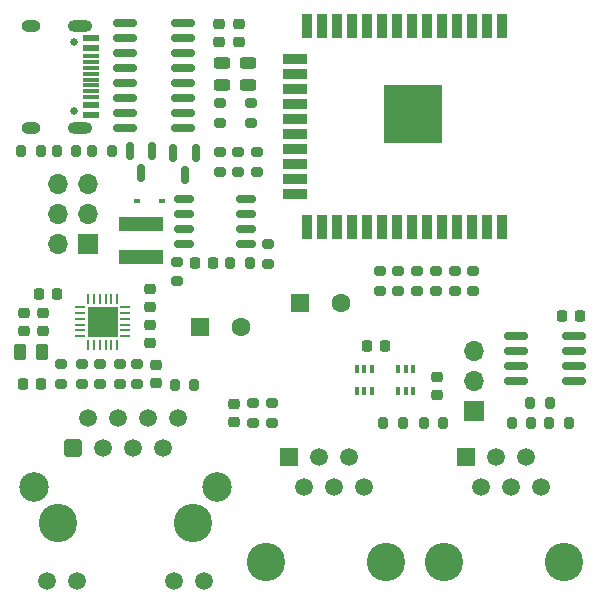
<source format=gts>
G04 #@! TF.GenerationSoftware,KiCad,Pcbnew,6.0.6+dfsg-1~bpo11+1*
G04 #@! TF.CreationDate,2022-07-19T19:35:54+02:00*
G04 #@! TF.ProjectId,EnergyMeter,456e6572-6779-44d6-9574-65722e6b6963,rev?*
G04 #@! TF.SameCoordinates,Original*
G04 #@! TF.FileFunction,Soldermask,Top*
G04 #@! TF.FilePolarity,Negative*
%FSLAX46Y46*%
G04 Gerber Fmt 4.6, Leading zero omitted, Abs format (unit mm)*
G04 Created by KiCad (PCBNEW 6.0.6+dfsg-1~bpo11+1) date 2022-07-19 19:35:54*
%MOMM*%
%LPD*%
G01*
G04 APERTURE LIST*
G04 Aperture macros list*
%AMRoundRect*
0 Rectangle with rounded corners*
0 $1 Rounding radius*
0 $2 $3 $4 $5 $6 $7 $8 $9 X,Y pos of 4 corners*
0 Add a 4 corners polygon primitive as box body*
4,1,4,$2,$3,$4,$5,$6,$7,$8,$9,$2,$3,0*
0 Add four circle primitives for the rounded corners*
1,1,$1+$1,$2,$3*
1,1,$1+$1,$4,$5*
1,1,$1+$1,$6,$7*
1,1,$1+$1,$8,$9*
0 Add four rect primitives between the rounded corners*
20,1,$1+$1,$2,$3,$4,$5,0*
20,1,$1+$1,$4,$5,$6,$7,0*
20,1,$1+$1,$6,$7,$8,$9,0*
20,1,$1+$1,$8,$9,$2,$3,0*%
G04 Aperture macros list end*
%ADD10RoundRect,0.150000X-0.675000X-0.150000X0.675000X-0.150000X0.675000X0.150000X-0.675000X0.150000X0*%
%ADD11RoundRect,0.225000X-0.250000X0.225000X-0.250000X-0.225000X0.250000X-0.225000X0.250000X0.225000X0*%
%ADD12R,0.900000X2.000000*%
%ADD13R,2.000000X0.900000*%
%ADD14R,5.000000X5.000000*%
%ADD15RoundRect,0.200000X0.200000X0.275000X-0.200000X0.275000X-0.200000X-0.275000X0.200000X-0.275000X0*%
%ADD16RoundRect,0.200000X0.275000X-0.200000X0.275000X0.200000X-0.275000X0.200000X-0.275000X-0.200000X0*%
%ADD17RoundRect,0.200000X-0.200000X-0.275000X0.200000X-0.275000X0.200000X0.275000X-0.200000X0.275000X0*%
%ADD18R,1.600000X1.600000*%
%ADD19C,1.600000*%
%ADD20RoundRect,0.150000X-0.825000X-0.150000X0.825000X-0.150000X0.825000X0.150000X-0.825000X0.150000X0*%
%ADD21RoundRect,0.225000X-0.225000X-0.250000X0.225000X-0.250000X0.225000X0.250000X-0.225000X0.250000X0*%
%ADD22C,3.250000*%
%ADD23R,1.520000X1.520000*%
%ADD24C,1.520000*%
%ADD25R,3.700000X1.200000*%
%ADD26RoundRect,0.225000X0.250000X-0.225000X0.250000X0.225000X-0.250000X0.225000X-0.250000X-0.225000X0*%
%ADD27C,0.650000*%
%ADD28R,1.450000X0.600000*%
%ADD29R,1.450000X0.300000*%
%ADD30O,2.100000X1.000000*%
%ADD31O,1.600000X1.000000*%
%ADD32RoundRect,0.200000X-0.275000X0.200000X-0.275000X-0.200000X0.275000X-0.200000X0.275000X0.200000X0*%
%ADD33RoundRect,0.250500X-0.499500X-0.499500X0.499500X-0.499500X0.499500X0.499500X-0.499500X0.499500X0*%
%ADD34C,1.500000*%
%ADD35C,2.500000*%
%ADD36RoundRect,0.243750X-0.456250X0.243750X-0.456250X-0.243750X0.456250X-0.243750X0.456250X0.243750X0*%
%ADD37RoundRect,0.250000X-0.262500X-0.450000X0.262500X-0.450000X0.262500X0.450000X-0.262500X0.450000X0*%
%ADD38RoundRect,0.062500X0.350000X0.062500X-0.350000X0.062500X-0.350000X-0.062500X0.350000X-0.062500X0*%
%ADD39RoundRect,0.062500X0.062500X0.350000X-0.062500X0.350000X-0.062500X-0.350000X0.062500X-0.350000X0*%
%ADD40R,2.600000X2.600000*%
%ADD41RoundRect,0.225000X0.225000X0.250000X-0.225000X0.250000X-0.225000X-0.250000X0.225000X-0.250000X0*%
%ADD42RoundRect,0.150000X-0.150000X0.587500X-0.150000X-0.587500X0.150000X-0.587500X0.150000X0.587500X0*%
%ADD43R,1.700000X1.700000*%
%ADD44O,1.700000X1.700000*%
%ADD45RoundRect,0.150000X0.825000X0.150000X-0.825000X0.150000X-0.825000X-0.150000X0.825000X-0.150000X0*%
%ADD46R,0.600000X0.450000*%
%ADD47R,0.400000X0.650000*%
G04 APERTURE END LIST*
D10*
G04 #@! TO.C,U2*
X42925000Y-39345000D03*
X42925000Y-40615000D03*
X42925000Y-41885000D03*
X42925000Y-43155000D03*
X48175000Y-43155000D03*
X48175000Y-41885000D03*
X48175000Y-40615000D03*
X48175000Y-39345000D03*
G04 #@! TD*
D11*
G04 #@! TO.C,C11*
X29400000Y-49025000D03*
X29400000Y-50575000D03*
G04 #@! TD*
D12*
G04 #@! TO.C,U1*
X69855000Y-24700000D03*
X68585000Y-24700000D03*
X67315000Y-24700000D03*
X66045000Y-24700000D03*
X64775000Y-24700000D03*
X63505000Y-24700000D03*
X62235000Y-24700000D03*
X60965000Y-24700000D03*
X59695000Y-24700000D03*
X58425000Y-24700000D03*
X57155000Y-24700000D03*
X55885000Y-24700000D03*
X54615000Y-24700000D03*
X53345000Y-24700000D03*
D13*
X52345000Y-27485000D03*
X52345000Y-28755000D03*
X52345000Y-30025000D03*
X52345000Y-31295000D03*
X52345000Y-32565000D03*
X52345000Y-33835000D03*
X52345000Y-35105000D03*
X52345000Y-36375000D03*
X52345000Y-37645000D03*
X52345000Y-38915000D03*
D12*
X53345000Y-41700000D03*
X54615000Y-41700000D03*
X55885000Y-41700000D03*
X57155000Y-41700000D03*
X58425000Y-41700000D03*
X59695000Y-41700000D03*
X60965000Y-41700000D03*
X62235000Y-41700000D03*
X63505000Y-41700000D03*
X64775000Y-41700000D03*
X66045000Y-41700000D03*
X67315000Y-41700000D03*
X68585000Y-41700000D03*
X69855000Y-41700000D03*
D14*
X62355000Y-32200000D03*
G04 #@! TD*
D15*
G04 #@! TO.C,R3*
X48525000Y-44775000D03*
X46875000Y-44775000D03*
G04 #@! TD*
D16*
G04 #@! TO.C,R18*
X50400000Y-58325000D03*
X50400000Y-56675000D03*
G04 #@! TD*
D17*
G04 #@! TO.C,R9*
X35175000Y-35300000D03*
X36825000Y-35300000D03*
G04 #@! TD*
D18*
G04 #@! TO.C,C1*
X44272349Y-50225000D03*
D19*
X47772349Y-50225000D03*
G04 #@! TD*
D20*
G04 #@! TO.C,U5*
X71025000Y-50995000D03*
X71025000Y-52265000D03*
X71025000Y-53535000D03*
X71025000Y-54805000D03*
X75975000Y-54805000D03*
X75975000Y-53535000D03*
X75975000Y-52265000D03*
X75975000Y-50995000D03*
G04 #@! TD*
D16*
G04 #@! TO.C,R28*
X42350000Y-46325000D03*
X42350000Y-44675000D03*
G04 #@! TD*
D21*
G04 #@! TO.C,C12*
X29325000Y-55000000D03*
X30875000Y-55000000D03*
G04 #@! TD*
D17*
G04 #@! TO.C,R7*
X29175000Y-35300000D03*
X30825000Y-35300000D03*
G04 #@! TD*
D22*
G04 #@! TO.C,J4*
X75080000Y-70120000D03*
X64920000Y-70120000D03*
D23*
X66830000Y-61230000D03*
D24*
X68100000Y-63770000D03*
X69370000Y-61230000D03*
X70640000Y-63770000D03*
X71910000Y-61230000D03*
X73180000Y-63770000D03*
G04 #@! TD*
D11*
G04 #@! TO.C,C14*
X40100000Y-46950000D03*
X40100000Y-48500000D03*
G04 #@! TD*
D25*
G04 #@! TO.C,L1*
X39300000Y-44300000D03*
X39300000Y-41500000D03*
G04 #@! TD*
D26*
G04 #@! TO.C,C18*
X47200000Y-58275000D03*
X47200000Y-56725000D03*
G04 #@! TD*
D16*
G04 #@! TO.C,R13*
X64300000Y-47125000D03*
X64300000Y-45475000D03*
G04 #@! TD*
G04 #@! TO.C,R24*
X39000000Y-55025000D03*
X39000000Y-53375000D03*
G04 #@! TD*
D17*
G04 #@! TO.C,R19*
X42175000Y-55100000D03*
X43825000Y-55100000D03*
G04 #@! TD*
D15*
G04 #@! TO.C,R25*
X72325000Y-58300000D03*
X70675000Y-58300000D03*
G04 #@! TD*
D27*
G04 #@! TO.C,J5*
X33600000Y-26110000D03*
X33600000Y-31890000D03*
D28*
X35045000Y-25750000D03*
X35045000Y-26550000D03*
D29*
X35045000Y-27750000D03*
X35045000Y-28750000D03*
X35045000Y-29250000D03*
X35045000Y-30250000D03*
D28*
X35045000Y-31450000D03*
X35045000Y-32250000D03*
X35045000Y-32250000D03*
X35045000Y-31450000D03*
D29*
X35045000Y-30750000D03*
X35045000Y-29750000D03*
X35045000Y-28250000D03*
X35045000Y-27250000D03*
D28*
X35045000Y-26550000D03*
X35045000Y-25750000D03*
D30*
X34130000Y-33320000D03*
D31*
X29950000Y-33320000D03*
D30*
X34130000Y-24680000D03*
D31*
X29950000Y-24680000D03*
G04 #@! TD*
D32*
G04 #@! TO.C,R30*
X49100000Y-35400000D03*
X49100000Y-37050000D03*
G04 #@! TD*
D16*
G04 #@! TO.C,R10*
X46000000Y-37050000D03*
X46000000Y-35400000D03*
G04 #@! TD*
G04 #@! TO.C,R16*
X65900000Y-47125000D03*
X65900000Y-45475000D03*
G04 #@! TD*
D22*
G04 #@! TO.C,J6*
X43715000Y-66787500D03*
X32285000Y-66787500D03*
D33*
X33560000Y-60427500D03*
D34*
X34820000Y-57887500D03*
X36100000Y-60427500D03*
X37360000Y-57887500D03*
X38640000Y-60427500D03*
X39900000Y-57887500D03*
X41180000Y-60427500D03*
X42440000Y-57887500D03*
X31375000Y-71687500D03*
X33915000Y-71687500D03*
X42085000Y-71687500D03*
X44625000Y-71687500D03*
D35*
X30255000Y-63737500D03*
X45745000Y-63737500D03*
G04 #@! TD*
D32*
G04 #@! TO.C,R21*
X37500000Y-53375000D03*
X37500000Y-55025000D03*
G04 #@! TD*
D21*
G04 #@! TO.C,C2*
X43875000Y-44750000D03*
X45425000Y-44750000D03*
G04 #@! TD*
D36*
G04 #@! TO.C,D1*
X46200000Y-27862500D03*
X46200000Y-29737500D03*
G04 #@! TD*
D16*
G04 #@! TO.C,R4*
X50050000Y-44850000D03*
X50050000Y-43200000D03*
G04 #@! TD*
D11*
G04 #@! TO.C,C4*
X64400000Y-54425000D03*
X64400000Y-55975000D03*
G04 #@! TD*
D37*
G04 #@! TO.C,FB1*
X29087500Y-52300000D03*
X30912500Y-52300000D03*
G04 #@! TD*
D36*
G04 #@! TO.C,D2*
X48400000Y-27862500D03*
X48400000Y-29737500D03*
G04 #@! TD*
D16*
G04 #@! TO.C,R11*
X67400000Y-47125000D03*
X67400000Y-45475000D03*
G04 #@! TD*
D38*
G04 #@! TO.C,U7*
X37987500Y-51000000D03*
X37987500Y-50500000D03*
X37987500Y-50000000D03*
X37987500Y-49500000D03*
X37987500Y-49000000D03*
X37987500Y-48500000D03*
D39*
X37300000Y-47812500D03*
X36800000Y-47812500D03*
X36300000Y-47812500D03*
X35800000Y-47812500D03*
X35300000Y-47812500D03*
X34800000Y-47812500D03*
D38*
X34112500Y-48500000D03*
X34112500Y-49000000D03*
X34112500Y-49500000D03*
X34112500Y-50000000D03*
X34112500Y-50500000D03*
X34112500Y-51000000D03*
D39*
X34800000Y-51687500D03*
X35300000Y-51687500D03*
X35800000Y-51687500D03*
X36300000Y-51687500D03*
X36800000Y-51687500D03*
X37300000Y-51687500D03*
D40*
X36050000Y-49750000D03*
G04 #@! TD*
D16*
G04 #@! TO.C,R12*
X61100000Y-47125000D03*
X61100000Y-45475000D03*
G04 #@! TD*
D26*
G04 #@! TO.C,C15*
X40550000Y-54975000D03*
X40550000Y-53425000D03*
G04 #@! TD*
G04 #@! TO.C,C16*
X40100000Y-51575000D03*
X40100000Y-50025000D03*
G04 #@! TD*
D41*
G04 #@! TO.C,C5*
X59975000Y-51800000D03*
X58425000Y-51800000D03*
G04 #@! TD*
D42*
G04 #@! TO.C,Q2*
X43950000Y-35462500D03*
X42050000Y-35462500D03*
X43000000Y-37337500D03*
G04 #@! TD*
D43*
G04 #@! TO.C,J1*
X34840000Y-43180000D03*
D44*
X32300000Y-43180000D03*
X34840000Y-40640000D03*
X32300000Y-40640000D03*
X34840000Y-38100000D03*
X32300000Y-38100000D03*
G04 #@! TD*
D16*
G04 #@! TO.C,R2*
X48600000Y-32925000D03*
X48600000Y-31275000D03*
G04 #@! TD*
D32*
G04 #@! TO.C,R14*
X59500000Y-45475000D03*
X59500000Y-47125000D03*
G04 #@! TD*
D15*
G04 #@! TO.C,R27*
X75525000Y-58300000D03*
X73875000Y-58300000D03*
G04 #@! TD*
D41*
G04 #@! TO.C,C6*
X76475000Y-49300000D03*
X74925000Y-49300000D03*
G04 #@! TD*
D32*
G04 #@! TO.C,R20*
X35800000Y-53375000D03*
X35800000Y-55025000D03*
G04 #@! TD*
D45*
G04 #@! TO.C,U6*
X42875000Y-33345000D03*
X42875000Y-32075000D03*
X42875000Y-30805000D03*
X42875000Y-29535000D03*
X42875000Y-28265000D03*
X42875000Y-26995000D03*
X42875000Y-25725000D03*
X42875000Y-24455000D03*
X37925000Y-24455000D03*
X37925000Y-25725000D03*
X37925000Y-26995000D03*
X37925000Y-28265000D03*
X37925000Y-29535000D03*
X37925000Y-30805000D03*
X37925000Y-32075000D03*
X37925000Y-33345000D03*
G04 #@! TD*
D22*
G04 #@! TO.C,J2*
X60080000Y-70120000D03*
X49920000Y-70120000D03*
D23*
X51830000Y-61230000D03*
D24*
X53100000Y-63770000D03*
X54370000Y-61230000D03*
X55640000Y-63770000D03*
X56910000Y-61230000D03*
X58180000Y-63770000D03*
G04 #@! TD*
D32*
G04 #@! TO.C,R23*
X34300000Y-53375000D03*
X34300000Y-55025000D03*
G04 #@! TD*
D46*
G04 #@! TO.C,D3*
X41050000Y-39500000D03*
X38950000Y-39500000D03*
G04 #@! TD*
D21*
G04 #@! TO.C,C13*
X30625000Y-47450000D03*
X32175000Y-47450000D03*
G04 #@! TD*
D16*
G04 #@! TO.C,R1*
X46000000Y-32925000D03*
X46000000Y-31275000D03*
G04 #@! TD*
D17*
G04 #@! TO.C,R5*
X59825000Y-58370000D03*
X61475000Y-58370000D03*
G04 #@! TD*
D42*
G04 #@! TO.C,Q1*
X40250000Y-35262500D03*
X38350000Y-35262500D03*
X39300000Y-37137500D03*
G04 #@! TD*
D11*
G04 #@! TO.C,C17*
X31000000Y-49025000D03*
X31000000Y-50575000D03*
G04 #@! TD*
D15*
G04 #@! TO.C,R26*
X73925000Y-56600000D03*
X72275000Y-56600000D03*
G04 #@! TD*
D11*
G04 #@! TO.C,C9*
X47600000Y-24525000D03*
X47600000Y-26075000D03*
G04 #@! TD*
D43*
G04 #@! TO.C,J3*
X67500000Y-57350000D03*
D44*
X67500000Y-54810000D03*
X67500000Y-52270000D03*
G04 #@! TD*
D47*
G04 #@! TO.C,U4*
X57550000Y-55650000D03*
X58200000Y-55650000D03*
X58850000Y-55650000D03*
X58850000Y-53750000D03*
X58200000Y-53750000D03*
X57550000Y-53750000D03*
G04 #@! TD*
D32*
G04 #@! TO.C,R29*
X47550000Y-35400000D03*
X47550000Y-37050000D03*
G04 #@! TD*
D16*
G04 #@! TO.C,R17*
X48800000Y-58325000D03*
X48800000Y-56675000D03*
G04 #@! TD*
D15*
G04 #@! TO.C,R8*
X33825000Y-35300000D03*
X32175000Y-35300000D03*
G04 #@! TD*
D18*
G04 #@! TO.C,C3*
X52747349Y-48150000D03*
D19*
X56247349Y-48150000D03*
G04 #@! TD*
D47*
G04 #@! TO.C,U3*
X61050000Y-55657500D03*
X61700000Y-55657500D03*
X62350000Y-55657500D03*
X62350000Y-53757500D03*
X61700000Y-53757500D03*
X61050000Y-53757500D03*
G04 #@! TD*
D26*
G04 #@! TO.C,C10*
X45900000Y-26075000D03*
X45900000Y-24525000D03*
G04 #@! TD*
D32*
G04 #@! TO.C,R22*
X32500000Y-53375000D03*
X32500000Y-55025000D03*
G04 #@! TD*
D16*
G04 #@! TO.C,R15*
X62700000Y-47125000D03*
X62700000Y-45475000D03*
G04 #@! TD*
D17*
G04 #@! TO.C,R6*
X63225000Y-58370000D03*
X64875000Y-58370000D03*
G04 #@! TD*
M02*

</source>
